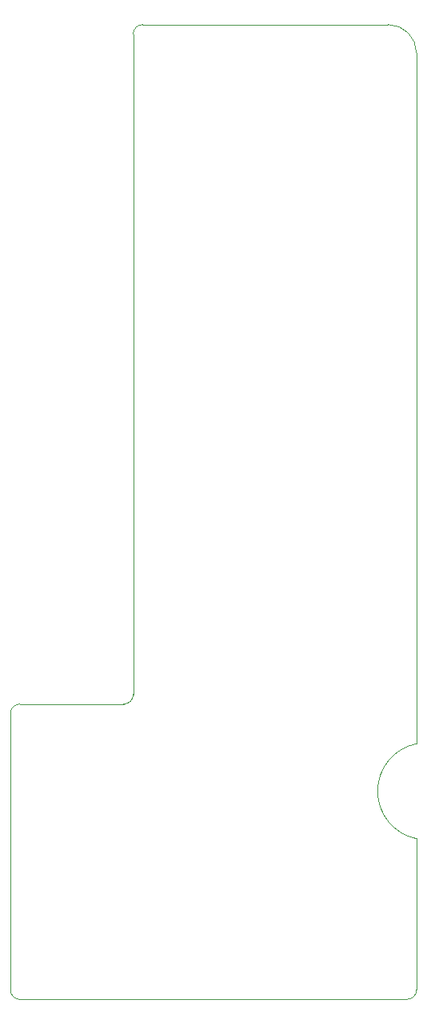
<source format=gbr>
%TF.GenerationSoftware,KiCad,Pcbnew,9.0.0*%
%TF.CreationDate,2025-04-04T15:17:04-04:00*%
%TF.ProjectId,right,72696768-742e-46b6-9963-61645f706362,rev?*%
%TF.SameCoordinates,Original*%
%TF.FileFunction,Profile,NP*%
%FSLAX46Y46*%
G04 Gerber Fmt 4.6, Leading zero omitted, Abs format (unit mm)*
G04 Created by KiCad (PCBNEW 9.0.0) date 2025-04-04 15:17:04*
%MOMM*%
%LPD*%
G01*
G04 APERTURE LIST*
%TA.AperFunction,Profile*%
%ADD10C,0.050000*%
%TD*%
%TA.AperFunction,Profile*%
%ADD11C,0.100000*%
%TD*%
G04 APERTURE END LIST*
D10*
X150650000Y-45580000D02*
X150650000Y-118580001D01*
X147650000Y-42580000D02*
G75*
G02*
X150650000Y-45580000I0J-3000000D01*
G01*
X119650000Y-114372893D02*
X108650000Y-114372893D01*
X108650000Y-145580000D02*
G75*
G02*
X107650000Y-144580000I0J1000000D01*
G01*
X150650000Y-144580000D02*
X150650000Y-128580000D01*
X108650000Y-145580000D02*
X149650000Y-145580000D01*
X120650000Y-113372893D02*
G75*
G02*
X119650000Y-114372900I-1000000J-7D01*
G01*
X150650000Y-144580000D02*
G75*
G02*
X149650000Y-145580000I-1000000J0D01*
G01*
X107650000Y-115372893D02*
X107650000Y-144580000D01*
X120650000Y-113372893D02*
X120650000Y-43580000D01*
X120650000Y-43580000D02*
G75*
G02*
X121650000Y-42580000I1000000J0D01*
G01*
X147650000Y-42580000D02*
X121650000Y-42580000D01*
D11*
X150650000Y-128596772D02*
G75*
G02*
X150646774Y-118563872I1000000J5016772D01*
G01*
D10*
X107650000Y-115372893D02*
G75*
G02*
X108650000Y-114372900I1000000J-7D01*
G01*
M02*

</source>
